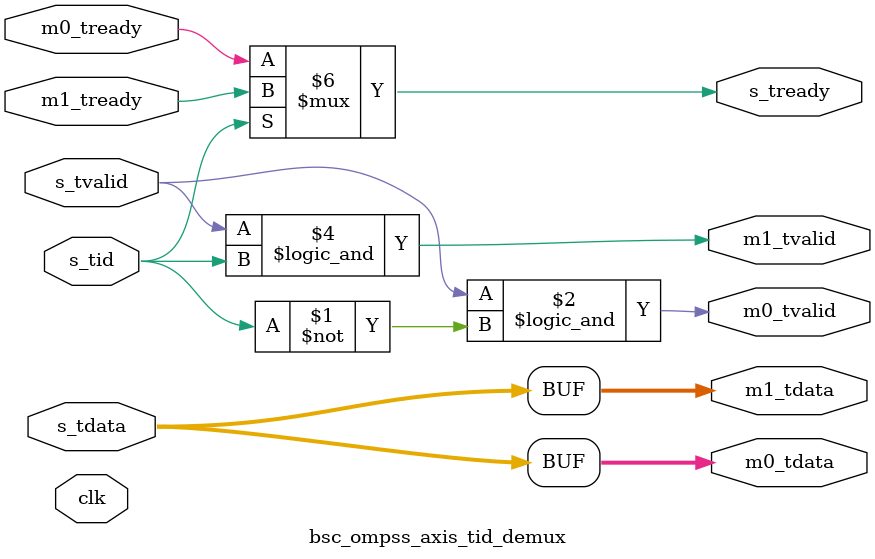
<source format=v>
/*------------------------------------------------------------------------*/
/*    (C) Copyright 2017-2022 Barcelona Supercomputing Center             */
/*                            Centro Nacional de Supercomputacion         */
/*                                                                        */
/*    This file is part of OmpSs@FPGA toolchain.                          */
/*                                                                        */
/*    This code is free software; you can redistribute it and/or modify   */
/*    it under the terms of the GNU Lesser General Public License as      */
/*    published by the Free Software Foundation; either version 3 of      */
/*    the License, or (at your option) any later version.                 */
/*                                                                        */
/*    OmpSs@FPGA toolchain is distributed in the hope that it will be     */
/*    useful, but WITHOUT ANY WARRANTY; without even the implied          */
/*    warranty of MERCHANTABILITY or FITNESS FOR A PARTICULAR PURPOSE.    */
/*    See the GNU Lesser General Public License for more details.         */
/*                                                                        */
/*    You should have received a copy of the GNU Lesser General Public    */
/*    License along with this code. If not, see <www.gnu.org/licenses/>.  */
/*------------------------------------------------------------------------*/

module bsc_ompss_axis_tid_demux (
    input clk,

    input [63:0] s_tdata,
    input  [0:0] s_tid,
    input        s_tvalid,
    input        m0_tready,
    input        m1_tready,

    output [63:0] m0_tdata,
    output [63:0] m1_tdata,
    output        m0_tvalid,
    output        m1_tvalid,
    output        s_tready
);

    assign m0_tvalid = s_tvalid && s_tid == 1'b0;
    assign m1_tvalid = s_tvalid && s_tid == 1'b1;

    assign m0_tdata = s_tdata;
    assign m1_tdata = s_tdata;

    assign s_tready = s_tid == 1'b0 ? m0_tready : m1_tready;

endmodule

</source>
